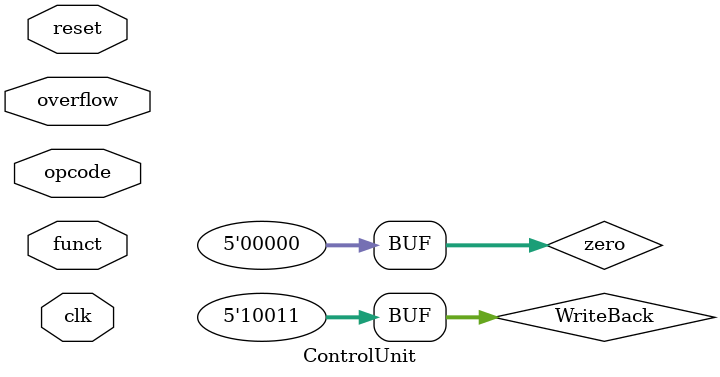
<source format=v>
module ControlUnit(input clk,
                   input reset,
				   input [5:0] funct,
				   input [5:0] opcode,
				   input overflow
				    );
					
      wire [4:0] next_stateDT1;
	  wire [4:0] next_stateDT2;
	  wire [4:0] next_stateDT3;
	  wire [4:0] current_state;
	  
	  wire iorD, memRd, memWr, irWr;
	  wire [1:0] AluSrcA;
	  wire [2:0] AluSrcB;
	  wire [2:0] AluCtrl;
	  wire [1:0] HiSel;
	  wire [1:0] LoSel;
	  wire HiWr, LoWr, MAluOp;
	  wire [2:0] MemToReg;
	  wire [1:0] RegDst;
	  wire RegWr,PcWr,PcWrCon;
	  wire [2:0] PcSrc;
	  wire intCause;
	  wire causeWrite;
	  wire EPCwrite;
	  
	  reg [2:0] next_address;
	  wire[2:0] next_address1;
	  
	  reg [4:0] zero;
	  reg [4:0] WriteBack;
	  
	  wire[2:0] address_select;
	  

	 // reg reset = 1;
	   
	   initial 
	      begin
		     next_address = 3'd0;
		     WriteBack = 5'd19;
			 zero = 5'd0;
	      end
always@(posedge clk)
	  begin
	   if(!reset)begin
	     next_address = next_address1;
	    end
	 //  else begin
	  //  reset = 0;
	  //   end
	  end
	  
      dispatch1 dTable1(opcode,
                        funct,
				        next_stateDT1);
	  dispatch2 dTable2(opcode,
                        funct,
				        next_stateDT2);
	  dispatch3 dTable3(opcode,
                        funct,
				        next_stateDT3);
						
		MUX2X1 MUX1(next_address,
		            overflow,
					current_state,
					address_select);
					
	  controlmemory controlMem(current_state,
				               iorD,
				               memRd,
				               memWr,
				               irWr,
				               AluSrcA,
				               AluSrcB,
				               AluCtrl,
				               HiSel,
				               LoSel,
				               HiWr,
				               LoWr,
				               MAluOp,
				               MemToReg,
				               RegDst,
				               RegWr,
				               PcWr,
				               PcWrCon,
				               PcSrc,
							   
							   intCause,
							   causeWrite,
							   EPCwrite,
							   
				               next_address1);
							   				   
	   MUX_6X1 MUX(zero,
                   next_stateDT1,
                   next_stateDT2,
			       next_stateDT3,
			       5'd1,
				   address_select,
			       WriteBack,
				   5'd32, //overflow state
			       current_state);

endmodule
</source>
